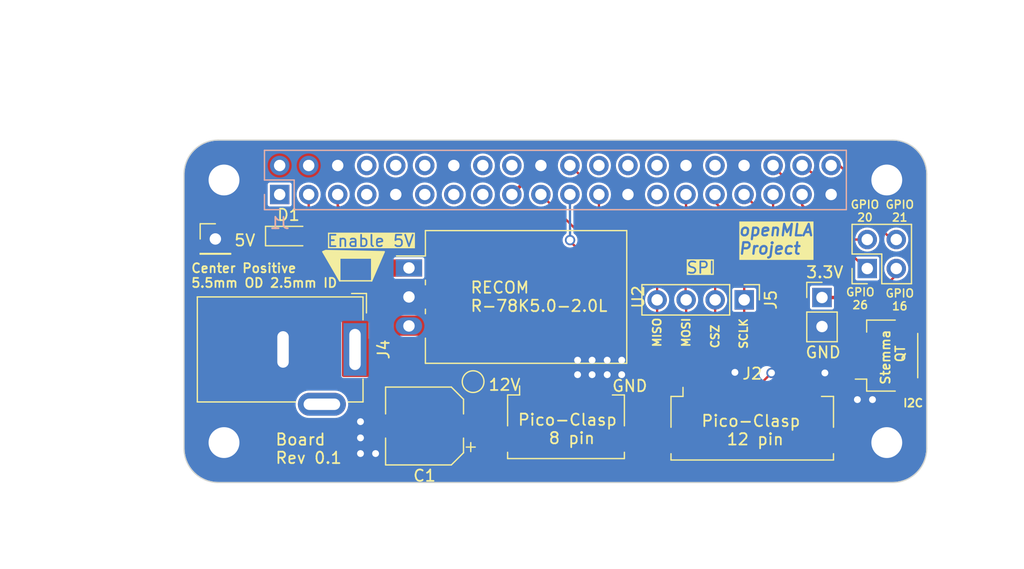
<source format=kicad_pcb>
(kicad_pcb (version 20221018) (generator pcbnew)
  (title_block (date "15 nov 2012"))
  (layers (0 "F.Cu" signal) (31 "B.Cu" signal) (34 "B.Paste" user) (35 "F.Paste" user) (36 "B.SilkS" user "B.Silkscreen") (37 "F.SilkS" user "F.Silkscreen") (38 "B.Mask" user) (39 "F.Mask" user) (44 "Edge.Cuts" user))
  (net 0 "")
  (net 1 "GND")
  (net 2 "SDA")
  (net 3 "SCL")
  (net 4 "/GPIO4{slash}GPCLK0")
  (net 5 "/GPIO14{slash}TXD0")
  (net 6 "/GPIO15{slash}RXD0")
  (net 7 "/GPIO17")
  (net 8 "/GPIO18{slash}PCM.CLK")
  (net 9 "/GPIO27")
  (net 10 "/GPIO22")
  (net 11 "/GPIO23")
  (net 12 "/GPIO26")
  (net 13 "/GPIO24")
  (net 14 "MOSI")
  (net 15 "MISO")
  (net 16 "CSZ")
  (net 17 "SCLK")
  (net 18 "/GPIO8{slash}SPI0.CE0")
  (net 19 "/GPIO7{slash}SPI0.CE1")
  (net 20 "/ID_SDA")
  (net 21 "/ID_SCL")
  (net 22 "/GPIO12{slash}PWM0")
  (net 23 "/GPIO16")
  (net 24 "/GPIO20{slash}PCM.DIN")
  (net 25 "/GPIO21{slash}PCM.DOUT")
  (net 26 "+5V")
  (net 27 "+3V3")
  (net 28 "HOST_IRQ")
  (net 29 "PRINT")
  (net 30 "SYS_RDY")
  (net 31 "PROJ_ON")
  (net 32 "SPI_RDY")
  (net 33 "/5V_raw")
  (net 34 "+12V")
  (net 35 "Net-(JP2-B)")
  (footprint "Connector_Molex:Molex_Pico-Clasp_202396-1207_1x12-1MP_P1.00mm_Horizontal" (layer "F.Cu") (at 149.726 94.442)
    (fp_text reference "J2" (at 0 -3.98) (layer "F.SilkS"))
    (fp_text value "Conn_01x12_Pin")
    (fp_line (start -7.11 -1.985) (end -6.06 -1.985) (stroke (width 0.12)) (layer "F.SilkS"))
    (fp_line (start -7.11 0.715) (end -7.11 -1.985) (stroke (width 0.12)) (layer "F.SilkS"))
    (fp_line (start -7.11 3.035) (end -7.11 3.585) (stroke (width 0.12)) (layer "F.SilkS"))
    (fp_line (start -7.11 3.585) (end 7.11 3.585) (stroke (width 0.12)) (layer "F.SilkS"))
    (fp_line (start -6.06 -1.985) (end -6.06 -2.775) (stroke (width 0.12)) (layer "F.SilkS"))
    (fp_line (start 7.11 -1.985) (end 6.06 -1.985) (stroke (width 0.12)) (layer "F.SilkS"))
    (fp_line (start 7.11 0.715) (end 7.11 -1.985) (stroke (width 0.12)) (layer "F.SilkS"))
    (fp_line (start 7.11 3.585) (end 7.11 3.035) (stroke (width 0.12)) (layer "F.SilkS"))
    (pad "1" smd roundrect (at -5.5 -2.025) (size 0.6 1.5) (layers "F.Cu" "F.Paste" "F.Mask") (net 15 "MISO"))
    (pad "2" smd roundrect (at -4.5 -2.025) (size 0.6 1.5) (layers "F.Cu" "F.Paste" "F.Mask") (net 14 "MOSI"))
    (pad "3" smd roundrect (at -3.5 -2.025) (size 0.6 1.5) (layers "F.Cu" "F.Paste" "F.Mask") (net 16 "CSZ"))
    (pad "4" smd roundrect (at -2.5 -2.025) (size 0.6 1.5) (layers "F.Cu" "F.Paste" "F.Mask") (net 17 "SCLK"))
    (pad "5" smd roundrect (at -1.5 -2.025) (size 0.6 1.5) (layers "F.Cu" "F.Paste" "F.Mask") (net 1 "GND"))
    (pad "6" smd roundrect (at -0.5 -2.025) (size 0.6 1.5) (layers "F.Cu" "F.Paste" "F.Mask") (net 32 "SPI_RDY"))
    (pad "7" smd roundrect (at 0.5 -2.025) (size 0.6 1.5) (layers "F.Cu" "F.Paste" "F.Mask") (net 3 "SCL"))
    (pad "8" smd roundrect (at 1.5 -2.025) (size 0.6 1.5) (layers "F.Cu" "F.Paste" "F.Mask") (net 2 "SDA"))
    (pad "9" smd roundrect (at 2.5 -2.025) (size 0.6 1.5) (layers "F.Cu" "F.Paste" "F.Mask") (net 31 "PROJ_ON"))
    (pad "10" smd roundrect (at 3.5 -2.025) (size 0.6 1.5) (layers "F.Cu" "F.Paste" "F.Mask") (net 30 "SYS_RDY"))
    (pad "11" smd roundrect (at 4.5 -2.025) (size 0.6 1.5) (layers "F.Cu" "F.Paste" "F.Mask") (net 29 "PRINT"))
    (pad "12" smd roundrect (at 5.5 -2.025) (size 0.6 1.5) (layers "F.Cu" "F.Paste" "F.Mask") (net 28 "HOST_IRQ"))
    (pad "MP" smd roundrect (at -6.8 1.875) (size 1.2 1.8) (layers "F.Cu" "F.Paste" "F.Mask") (roundrect_rratio 0.208333))
    (pad "MP" smd roundrect (at 6.8 1.875) (size 1.2 1.8) (layers "F.Cu" "F.Paste" "F.Mask") (roundrect_rratio 0.208333))
  )
  (footprint "TestPoint:TestPoint_Pad_D1.5mm" (layer "F.Cu") (at 125.2984 91.1608)
    (fp_text reference "TP1" hide)
    (fp_text value "TestPoint")
    (fp_circle (center 0 0) (end 0 0.95) (stroke (width 0.12)) (fill none) (layer "F.SilkS"))
    (pad "1" smd circle (at 0 0) (size 1.5 1.5) (layers "F.Cu" "F.Mask") (net 34 "+12V"))
  )
  (footprint "MountingHole:MountingHole_2.7mm_M2.5" (layer "F.Cu") (at 161.5 73.5)
    (fp_text reference "MH2" hide)
    (fp_text value "MountingHole_2.7mm_M2.5" hide)
    (pad "" np_thru_hole circle locked (at 0 0) (size 2.7 2.7) (drill 2.7) (layers "*.Cu" "*.Mask"))
  )
  (footprint "Connector_PinHeader_2.54mm:PinHeader_1x02_P2.54mm_Vertical" (layer "F.Cu") (at 155.8292 83.7948)
    (fp_text reference "J7" hide)
    (fp_text value "Conn_01x02_Pin")
    (fp_line (start -1.33 -1.33) (end 0 -1.33) (stroke (width 0.12)) (layer "F.SilkS"))
    (fp_line (start -1.33 0) (end -1.33 -1.33) (stroke (width 0.12)) (layer "F.SilkS"))
    (fp_line (start -1.33 1.27) (end -1.33 3.87) (stroke (width 0.12)) (layer "F.SilkS"))
    (fp_line (start -1.33 1.27) (end 1.33 1.27) (stroke (width 0.12)) (layer "F.SilkS"))
    (fp_line (start -1.33 3.87) (end 1.33 3.87) (stroke (width 0.12)) (layer "F.SilkS"))
    (fp_line (start 1.33 1.27) (end 1.33 3.87) (stroke (width 0.12)) (layer "F.SilkS"))
    (pad "1" thru_hole rect (at 0 0) (size 1.7 1.7) (drill 1) (layers "*.Cu" "*.Mask") (net 27 "+3V3"))
    (pad "2" thru_hole oval (at 0 2.54) (size 1.7 1.7) (drill 1) (layers "*.Cu" "*.Mask") (net 1 "GND"))
  )
  (footprint "Converter_DCDC:Converter_DCDC_RECOM_R-78HB-0.5L_THT" (layer "F.Cu") (at 119.685 81.204 -90)
    (fp_text reference "U2" (at 2.54 -20.06 90) (layer "F.SilkS"))
    (fp_text value "RECOM R-78K5.0-2.0L")
    (fp_line (start -3.27 -19.06) (end -3.27 -1.44) (stroke (width 0.12)) (layer "F.SilkS"))
    (fp_line (start -3.27 -19.06) (end 8.35 -19.06) (stroke (width 0.12)) (layer "F.SilkS"))
    (fp_line (start -3.27 -1.44) (end -1.07 -1.44) (stroke (width 0.12)) (layer "F.SilkS"))
    (fp_line (start -1.05 -1.44) (end -1.05 1.091) (stroke (width 0.12)) (layer "F.SilkS"))
    (fp_line (start 1.07 -1.44) (end 1.471 -1.44) (stroke (width 0.12)) (layer "F.SilkS"))
    (fp_line (start 3.61 -1.44) (end 4.01 -1.44) (stroke (width 0.12)) (layer "F.SilkS"))
    (fp_line (start 6.15 -1.44) (end 8.35 -1.44) (stroke (width 0.12)) (layer "F.SilkS"))
    (fp_line (start 8.35 -19.06) (end 8.35 -1.44) (stroke (width 0.12)) (layer "F.SilkS"))
    (pad "1" thru_hole rect (at 0 0 270) (size 1.5 2.3) (drill 1) (layers "*.Cu" "*.Mask") (net 35 "Net-(JP2-B)"))
    (pad "2" thru_hole oval (at 2.54 0 270) (size 1.5 2.3) (drill 1) (layers "*.Cu" "*.Mask") (net 1 "GND"))
    (pad "3" thru_hole oval (at 5.08 0 270) (size 1.5 2.3) (drill 1) (layers "*.Cu" "*.Mask") (net 33 "/5V_raw"))
  )
  (footprint "Connector_JST:JST_SH_SM04B-SRSS-TB_1x04-1MP_P1.00mm_Horizontal" (layer "F.Cu") (at 161.5234 88.8808 90)
    (fp_text reference "J8" hide)
    (fp_text value "Conn_01x04_Pin")
    (fp_line (start -3.11 -1.785) (end -2.06 -1.785) (stroke (width 0.12)) (layer "F.SilkS"))
    (fp_line (start -3.11 0.715) (end -3.11 -1.785) (stroke (width 0.12)) (layer "F.SilkS"))
    (fp_line (start -2.06 -1.785) (end -2.06 -2.775) (stroke (width 0.12)) (layer "F.SilkS"))
    (fp_line (start -1.94 2.685) (end 1.94 2.685) (stroke (width 0.12)) (layer "F.SilkS"))
    (fp_line (start 3.11 -1.785) (end 2.06 -1.785) (stroke (width 0.12)) (layer "F.SilkS"))
    (fp_line (start 3.11 0.715) (end 3.11 -1.785) (stroke (width 0.12)) (layer "F.SilkS"))
    (pad "1" smd roundrect (at -1.5 -2 90) (size 0.6 1.55) (layers "F.Cu" "F.Paste" "F.Mask") (net 1 "GND"))
    (pad "2" smd roundrect (at -0.5 -2 90) (size 0.6 1.55) (layers "F.Cu" "F.Paste" "F.Mask") (net 27 "+3V3"))
    (pad "3" smd roundrect (at 0.5 -2 90) (size 0.6 1.55) (layers "F.Cu" "F.Paste" "F.Mask") (net 2 "SDA"))
    (pad "4" smd roundrect (at 1.5 -2 90) (size 0.6 1.55) (layers "F.Cu" "F.Paste" "F.Mask") (net 3 "SCL"))
    (pad "MP" smd roundrect (at -2.8 1.875 90) (size 1.2 1.8) (layers "F.Cu" "F.Paste" "F.Mask") (roundrect_rratio 0.208333))
    (pad "MP" smd roundrect (at 2.8 1.875 90) (size 1.2 1.8) (layers "F.Cu" "F.Paste" "F.Mask") (roundrect_rratio 0.208333))
  )
  (footprint "Connector_PinHeader_2.54mm:PinHeader_1x01_P2.54mm_Vertical" (layer "F.Cu") (at 102.7432 78.664)
    (fp_text reference "J9" hide)
    (fp_text value "Conn_01x01_Pin")
    (fp_line (start -1.33 -1.33) (end 0 -1.33) (stroke (width 0.12)) (layer "F.SilkS"))
    (fp_line (start -1.33 0) (end -1.33 -1.33) (stroke (width 0.12)) (layer "F.SilkS"))
    (fp_line (start -1.33 1.27) (end -1.33 1.33) (stroke (width 0.12)) (layer "F.SilkS"))
    (fp_line (start -1.33 1.27) (end 1.33 1.27) (stroke (width 0.12)) (layer "F.SilkS"))
    (fp_line (start -1.33 1.33) (end 1.33 1.33) (stroke (width 0.12)) (layer "F.SilkS"))
    (fp_line (start 1.33 1.27) (end 1.33 1.33) (stroke (width 0.12)) (layer "F.SilkS"))
    (pad "1" thru_hole rect (at 0 0) (size 1.7 1.7) (drill 1) (layers "*.Cu" "*.Mask") (net 26 "+5V"))
  )
  (footprint "MountingHole:MountingHole_2.7mm_M2.5" (layer "F.Cu") (at 103.5 96.5)
    (fp_text reference "MH3" hide)
    (fp_text value "MountingHole_2.7mm_M2.5" hide)
    (pad "" np_thru_hole circle locked (at 0 0) (size 2.7 2.7) (drill 2.7) (layers "*.Cu" "*.Mask"))
  )
  (footprint "MountingHole:MountingHole_2.7mm_M2.5" (layer "F.Cu") (at 103.5 73.5)
    (fp_text reference "MH1" hide)
    (fp_text value "MountingHole_2.7mm_M2.5" hide)
    (pad "" np_thru_hole circle locked (at 0 0) (size 2.7 2.7) (drill 2.7) (layers "*.Cu" "*.Mask"))
  )
  (footprint "Diode_SMD:D_SOD-323_HandSoldering" (layer "F.Cu") (at 109.144 78.41)
    (fp_text reference "D1" (at 0 -1.85) (layer "F.SilkS"))
    (fp_text value "D_Schottky")
    (fp_line (start -2.01 -0.85) (end -2.01 0.85) (stroke (width 0.12)) (layer "F.SilkS"))
    (fp_line (start -2.01 -0.85) (end 1.25 -0.85) (stroke (width 0.12)) (layer "F.SilkS"))
    (fp_line (start -2.01 0.85) (end 1.25 0.85) (stroke (width 0.12)) (layer "F.SilkS"))
    (pad "1" smd roundrect (at -1.25 0) (size 1 1) (layers "F.Cu" "F.Paste" "F.Mask") (net 26 "+5V"))
    (pad "2" smd roundrect (at 1.25 0) (size 1 1) (layers "F.Cu" "F.Paste" "F.Mask") (net 33 "/5V_raw"))
  )
  (footprint "Connector_BarrelJack:BarrelJack_GCT_DCJ200-10-A_Horizontal" (layer "F.Cu") (at 114.965 88.342 -90)
    (fp_text reference "J4" (at 0 -2.5 90) (layer "F.SilkS"))
    (fp_text value "Barrel_Jack")
    (fp_line (start -4.9 -1) (end -4.9 0.3) (stroke (width 0.12)) (layer "F.SilkS"))
    (fp_line (start -4.6 -0.7) (end -2.6 -0.7) (stroke (width 0.12)) (layer "F.SilkS"))
    (fp_line (start -4.6 13.8) (end -4.6 -0.7) (stroke (width 0.12)) (layer "F.SilkS"))
    (fp_line (start -3.2 -1) (end -4.9 -1) (stroke (width 0.12)) (layer "F.SilkS"))
    (fp_line (start 2.6 -0.7) (end 4.6 -0.7) (stroke (width 0.12)) (layer "F.SilkS"))
    (fp_line (start 4.6 -0.7) (end 4.6 0.6) (stroke (width 0.12)) (layer "F.SilkS"))
    (fp_line (start 4.6 5.2) (end 4.6 13.8) (stroke (width 0.12)) (layer "F.SilkS"))
    (fp_line (start 4.6 13.8) (end -4.6 13.8) (stroke (width 0.12)) (layer "F.SilkS"))
    (pad "1" thru_hole rect (at 0 0 270) (size 4.6 2) (drill oval 3.6 1) (layers "*.Cu" "*.Mask") (net 34 "+12V"))
    (pad "2" thru_hole oval (at 0 6.3 270) (size 4.2 2) (drill oval 3.2 1) (layers "*.Cu" "*.Mask") (net 1 "GND"))
    (pad "3" thru_hole oval (at 4.8 2.9 270) (size 2 4.2) (drill oval 1 3.2) (layers "*.Cu" "*.Mask"))
  )
  (footprint "Jumper:SolderJumper-2_P1.3mm_Open_TrianglePad1.0x1.5mm" (layer "F.Cu") (at 115.023 81.331)
    (fp_text reference "JP2" hide)
    (fp_text value "SolderJumper_2_Bridged")
    (fp_line (start -1.4 -1) (end 1.4 -1) (stroke (width 0.12)) (layer "F.SilkS"))
    (fp_line (start -1.4 1) (end -1.4 -1) (stroke (width 0.12)) (layer "F.SilkS"))
    (fp_line (start 1.4 -1) (end 1.4 1) (stroke (width 0.12)) (layer "F.SilkS"))
    (fp_line (start 1.4 1) (end -1.4 1) (stroke (width 0.12)) (layer "F.SilkS"))
    (pad "1" smd custom (at -0.725 0) (size 0.3 0.3) (layers "F.Cu" "F.Mask") (net 34 "+12V") (options (clearance outline) (anchor rect)) (primitives (gr_poly (pts (xy 1 0) (xy 0.5 0.75) (xy -0.5 0.75) (xy -0.5 -0.75) (xy 0.5 -0.75)) (width 0) (fill yes))))
    (pad "2" smd custom (at 0.725 0) (size 0.3 0.3) (layers "F.Cu" "F.Mask") (net 35 "Net-(JP2-B)") (options (clearance outline) (anchor rect)) (primitives (gr_poly (pts (xy 0.5 0.75) (xy -0.65 0.75) (xy -0.15 0) (xy -0.65 -0.75) (xy 0.5 -0.75)) (width 0) (fill yes))))
  )
  (footprint "MountingHole:MountingHole_2.7mm_M2.5" (layer "F.Cu") (at 161.5 96.5)
    (fp_text reference "MH4" hide)
    (fp_text value "MountingHole_2.7mm_M2.5" hide)
    (pad "" np_thru_hole circle locked (at 0 0) (size 2.7 2.7) (drill 2.7) (layers "*.Cu" "*.Mask"))
  )
  (footprint "Connector_PinHeader_2.54mm:PinHeader_1x04_P2.54mm_Vertical" (layer "F.Cu") (at 149.022 83.998 -90)
    (fp_text reference "J5" (at 0 -2.33 90) (layer "F.SilkS"))
    (fp_text value "Conn_01x04_Pin")
    (fp_line (start -1.33 -1.33) (end 0 -1.33) (stroke (width 0.12)) (layer "F.SilkS"))
    (fp_line (start -1.33 0) (end -1.33 -1.33) (stroke (width 0.12)) (layer "F.SilkS"))
    (fp_line (start -1.33 1.27) (end -1.33 8.95) (stroke (width 0.12)) (layer "F.SilkS"))
    (fp_line (start -1.33 1.27) (end 1.33 1.27) (stroke (width 0.12)) (layer "F.SilkS"))
    (fp_line (start -1.33 8.95) (end 1.33 8.95) (stroke (width 0.12)) (layer "F.SilkS"))
    (fp_line (start 1.33 1.27) (end 1.33 8.95) (stroke (width 0.12)) (layer "F.SilkS"))
    (pad "1" thru_hole rect (at 0 0 270) (size 1.7 1.7) (drill 1) (layers "*.Cu" "*.Mask") (net 17 "SCLK"))
    (pad "2" thru_hole oval (at 0 2.54 270) (size 1.7 1.7) (drill 1) (layers "*.Cu" "*.Mask") (net 16 "CSZ"))
    (pad "3" thru_hole oval (at 0 5.08 270) (size 1.7 1.7) (drill 1) (layers "*.Cu" "*.Mask") (net 14 "MOSI"))
    (pad "4" thru_hole oval (at 0 7.62 270) (size 1.7 1.7) (drill 1) (layers "*.Cu" "*.Mask") (net 15 "MISO"))
  )
  (footprint "Connector_Molex:Molex_Pico-Clasp_202396-0807_1x08-1MP_P1.00mm_Horizontal" (layer "F.Cu") (at 133.427 94.315)
    (fp_text reference "J3" hide)
    (fp_text value "Conn_01x08_Pin")
    (fp_line (start -5.11 -1.985) (end -4.06 -1.985) (stroke (width 0.12)) (layer "F.SilkS"))
    (fp_line (start -5.11 0.715) (end -5.11 -1.985) (stroke (width 0.12)) (layer "F.SilkS"))
    (fp_line (start -5.11 3.035) (end -5.11 3.585) (stroke (width 0.12)) (layer "F.SilkS"))
    (fp_line (start -5.11 3.585) (end 5.11 3.585) (stroke (width 0.12)) (layer "F.SilkS"))
    (fp_line (start -4.06 -1.985) (end -4.06 -2.775) (stroke (width 0.12)) (layer "F.SilkS"))
    (fp_line (start 5.11 -1.985) (end 4.06 -1.985) (stroke (width 0.12)) (layer "F.SilkS"))
    (fp_line (start 5.11 0.715) (end 5.11 -1.985) (stroke (width 0.12)) (layer "F.SilkS"))
    (fp_line (start 5.11 3.585) (end 5.11 3.035) (stroke (width 0.12)) (layer "F.SilkS"))
    (pad "1" smd roundrect (at -3.5 -2.025) (size 0.6 1.5) (layers "F.Cu" "F.Paste" "F.Mask") (net 34 "+12V"))
    (pad "2" smd roundrect (at -2.5 -2.025) (size 0.6 1.5) (layers "F.Cu" "F.Paste" "F.Mask") (net 34 "+12V"))
    (pad "3" smd roundrect (at -1.5 -2.025) (size 0.6 1.5) (layers "F.Cu" "F.Paste" "F.Mask") (net 34 "+12V"))
    (pad "4" smd roundrect (at -0.5 -2.025) (size 0.6 1.5) (layers "F.Cu" "F.Paste" "F.Mask") (net 34 "+12V"))
    (pad "5" smd roundrect (at 0.5 -2.025) (size 0.6 1.5) (layers "F.Cu" "F.Paste" "F.Mask") (net 1 "GND"))
    (pad "6" smd roundrect (at 1.5 -2.025) (size 0.6 1.5) (layers "F.Cu" "F.Paste" "F.Mask") (net 1 "GND"))
    (pad "7" smd roundrect (at 2.5 -2.025) (size 0.6 1.5) (layers "F.Cu" "F.Paste" "F.Mask") (net 1 "GND"))
    (pad "8" smd roundrect (at 3.5 -2.025) (size 0.6 1.5) (layers "F.Cu" "F.Paste" "F.Mask") (net 1 "GND"))
    (pad "MP" smd roundrect (at -4.8 1.875) (size 1.2 1.8) (layers "F.Cu" "F.Paste" "F.Mask") (roundrect_rratio 0.208333))
    (pad "MP" smd roundrect (at 4.8 1.875) (size 1.2 1.8) (layers "F.Cu" "F.Paste" "F.Mask") (roundrect_rratio 0.208333))
  )
  (footprint "Capacitor_SMD:CP_Elec_6.3x7.7" (layer "F.Cu") (at 121.049 95.047 180)
    (fp_text reference "C1" (at 0 -4.35) (layer "F.SilkS"))
    (fp_text value "100uF")
    (fp_line (start -4.4375 -1.8475) (end -3.65 -1.8475) (stroke (width 0.12)) (layer "F.SilkS"))
    (fp_line (start -4.04375 -2.24125) (end -4.04375 -1.45375) (stroke (width 0.12)) (layer "F.SilkS"))
    (fp_line (start -3.41 -2.345563) (end -3.41 -1.06) (stroke (width 0.12)) (layer "F.SilkS"))
    (fp_line (start -3.41 -2.345563) (end -2.345563 -3.41) (stroke (width 0.12)) (layer "F.SilkS"))
    (fp_line (start -3.41 2.345563) (end -3.41 1.06) (stroke (width 0.12)) (layer "F.SilkS"))
    (fp_line (start -3.41 2.345563) (end -2.345563 3.41) (stroke (width 0.12)) (layer "F.SilkS"))
    (fp_line (start -2.345563 -3.41) (end 3.41 -3.41) (stroke (width 0.12)) (layer "F.SilkS"))
    (fp_line (start -2.345563 3.41) (end 3.41 3.41) (stroke (width 0.12)) (layer "F.SilkS"))
    (fp_line (start 3.41 -3.41) (end 3.41 -1.06) (stroke (width 0.12)) (layer "F.SilkS"))
    (fp_line (start 3.41 3.41) (end 3.41 1.06) (stroke (width 0.12)) (layer "F.SilkS"))
    (pad "1" smd roundrect (at -2.7 0 180) (size 3.5 1.6) (layers "F.Cu" "F.Paste" "F.Mask") (roundrect_rratio 0.15625) (net 34 "+12V"))
    (pad "2" smd roundrect (at 2.7 0 180) (size 3.5 1.6) (layers "F.Cu" "F.Paste" "F.Mask") (roundrect_rratio 0.15625) (net 1 "GND"))
  )
  (footprint "Connector_PinHeader_2.54mm:PinHeader_2x02_P2.54mm_Vertical" (layer "F.Cu") (at 159.7916 81.2548 90)
    (fp_text reference "J6" hide)
    (fp_text value "Conn_01x04_Pin")
    (fp_line (start -1.33 -1.33) (end 0 -1.33) (stroke (width 0.12)) (layer "F.SilkS"))
    (fp_line (start -1.33 0) (end -1.33 -1.33) (stroke (width 0.12)) (layer "F.SilkS"))
    (fp_line (start -1.33 1.27) (end -1.33 3.87) (stroke (width 0.12)) (layer "F.SilkS"))
    (fp_line (start -1.33 1.27) (end 1.27 1.27) (stroke (width 0.12)) (layer "F.SilkS"))
    (fp_line (start -1.33 3.87) (end 3.87 3.87) (stroke (width 0.12)) (layer "F.SilkS"))
    (fp_line (start 1.27 -1.33) (end 3.87 -1.33) (stroke (width 0.12)) (layer "F.SilkS"))
    (fp_line (start 1.27 1.27) (end 1.27 -1.33) (stroke (width 0.12)) (layer "F.SilkS"))
    (fp_line (start 3.87 -1.33) (end 3.87 3.87) (stroke (width 0.12)) (layer "F.SilkS"))
    (pad "1" thru_hole rect (at 0 0 90) (size 1.7 1.7) (drill 1) (layers "*.Cu" "*.Mask") (net 12 "/GPIO26"))
    (pad "2" thru_hole oval (at 2.54 0 90) (size 1.7 1.7) (drill 1) (layers "*.Cu" "*.Mask") (net 24 "/GPIO20{slash}PCM.DIN"))
    (pad "3" thru_hole oval (at 0 2.54 90) (size 1.7 1.7) (drill 1) (layers "*.Cu" "*.Mask") (net 23 "/GPIO16"))
    (pad "4" thru_hole oval (at 2.54 2.54 90) (size 1.7 1.7) (drill 1) (layers "*.Cu" "*.Mask") (net 25 "/GPIO21{slash}PCM.DOUT"))
  )
  (footprint "Connector_PinSocket_2.54mm:PinSocket_2x20_P2.54mm_Vertical" (layer "B.Cu") (at 108.37 74.77 -90)
    (fp_text reference "J1" (at 2.5 0) (layer "B.SilkS") (effects (justify mirror)))
    (fp_text value "GPIO")
    (fp_line (start -3.87 -49.59) (end 1.33 -49.59) (stroke (width 0.12)) (layer "B.SilkS"))
    (fp_line (start -3.87 1.33) (end -3.87 -49.59) (stroke (width 0.12)) (layer "B.SilkS"))
    (fp_line (start -3.87 1.33) (end -1.27 1.33) (stroke (width 0.12)) (layer "B.SilkS"))
    (fp_line (start -1.27 -1.27) (end 1.33 -1.27) (stroke (width 0.12)) (layer "B.SilkS"))
    (fp_line (start -1.27 1.33) (end -1.27 -1.27) (stroke (width 0.12)) (layer "B.SilkS"))
    (fp_line (start 0 1.33) (end 1.33 1.33) (stroke (width 0.12)) (layer "B.SilkS"))
    (fp_line (start 1.33 -1.27) (end 1.33 -49.59) (stroke (width 0.12)) (layer "B.SilkS"))
    (fp_line (start 1.33 1.33) (end 1.33 0) (stroke (width 0.12)) (layer "B.SilkS"))
    (pad "1" thru_hole rect (at 0 0 270) (size 1.7 1.7) (drill 1) (layers "*.Cu" "*.Mask") (net 27 "+3V3"))
    (pad "2" thru_hole oval (at -2.54 0 270) (size 1.7 1.7) (drill 1) (layers "*.Cu" "*.Mask") (net 26 "+5V"))
    (pad "3" thru_hole oval (at 0 -2.54 270) (size 1.7 1.7) (drill 1) (layers "*.Cu" "*.Mask") (net 2 "SDA"))
    (pad "4" thru_hole oval (at -2.54 -2.54 270) (size 1.7 1.7) (drill 1) (layers "*.Cu" "*.Mask") (net 26 "+5V"))
    (pad "5" thru_hole oval (at 0 -5.08 270) (size 1.7 1.7) (drill 1) (layers "*.Cu" "*.Mask") (net 3 "SCL"))
    (pad "6" thru_hole oval (at -2.54 -5.08 270) (size 1.7 1.7) (drill 1) (layers "*.Cu" "*.Mask") (net 1 "GND"))
    (pad "7" thru_hole oval (at 0 -7.62 270) (size 1.7 1.7) (drill 1) (layers "*.Cu" "*.Mask") (net 4 "/GPIO4{slash}GPCLK0"))
    (pad "8" thru_hole oval (at -2.54 -7.62 270) (size 1.7 1.7) (drill 1) (layers "*.Cu" "*.Mask") (net 5 "/GPIO14{slash}TXD0"))
    (pad "9" thru_hole oval (at 0 -10.16 270) (size 1.7 1.7) (drill 1) (layers "*.Cu" "*.Mask") (net 1 "GND"))
    (pad "10" thru_hole oval (at -2.54 -10.16 270) (size 1.7 1.7) (drill 1) (layers "*.Cu" "*.Mask") (net 6 "/GPIO15{slash}RXD0"))
    (pad "11" thru_hole oval (at 0 -12.7 270) (size 1.7 1.7) (drill 1) (layers "*.Cu" "*.Mask") (net 7 "/GPIO17"))
    (pad "12" thru_hole oval (at -2.54 -12.7 270) (size 1.7 1.7) (drill 1) (layers "*.Cu" "*.Mask") (net 8 "/GPIO18{slash}PCM.CLK"))
    (pad "13" thru_hole oval (at 0 -15.24 270) (size 1.7 1.7) (drill 1) (layers "*.Cu" "*.Mask") (net 9 "/GPIO27"))
    (pad "14" thru_hole oval (at -2.54 -15.24 270) (size 1.7 1.7) (drill 1) (layers "*.Cu" "*.Mask") (net 1 "GND"))
    (pad "15" thru_hole oval (at 0 -17.78 270) (size 1.7 1.7) (drill 1) (layers "*.Cu" "*.Mask") (net 10 "/GPIO22"))
    (pad "16" thru_hole oval (at -2.54 -17.78 270) (size 1.7 1.7) (drill 1) (layers "*.Cu" "*.Mask") (net 11 "/GPIO23"))
    (pad "17" thru_hole oval (at 0 -20.32 270) (size 1.7 1.7) (drill 1) (layers "*.Cu" "*.Mask") (net 27 "+3V3"))
    (pad "18" thru_hole oval (at -2.54 -20.32 270) (size 1.7 1.7) (drill 1) (layers "*.Cu" "*.Mask") (net 13 "/GPIO24"))
    (pad "19" thru_hole oval (at 0 -22.86 270) (size 1.7 1.7) (drill 1) (layers "*.Cu" "*.Mask") (net 14 "MOSI"))
    (pad "20" thru_hole oval (at -2.54 -22.86 270) (size 1.7 1.7) (drill 1) (layers "*.Cu" "*.Mask") (net 1 "GND"))
    (pad "21" thru_hole oval (at 0 -25.4 270) (size 1.7 1.7) (drill 1) (layers "*.Cu" "*.Mask") (net 15 "MISO"))
    (pad "22" thru_hole oval (at -2.54 -25.4 270) (size 1.7 1.7) (drill 1) (layers "*.Cu" "*.Mask") (net 16 "CSZ"))
    (pad "23" thru_hole oval (at 0 -27.94 270) (size 1.7 1.7) (drill 1) (layers "*.Cu" "*.Mask") (net 17 "SCLK"))
    (pad "24" thru_hole oval (at -2.54 -27.94 270) (size 1.7 1.7) (drill 1) (layers "*.Cu" "*.Mask") (net 18 "/GPIO8{slash}SPI0.CE0"))
    (pad "25" thru_hole oval (at 0 -30.48 270) (size 1.7 1.7) (drill 1) (layers "*.Cu" "*.Mask") (net 1 "GND"))
    (pad "26" thru_hole oval (at -2.54 -30.48 270) (size 1.7 1.7) (drill 1) (layers "*.Cu" "*.Mask") (net 19 "/GPIO7{slash}SPI0.CE1"))
    (pad "27" thru_hole oval (at 0 -33.02 270) (size 1.7 1.7) (drill 1) (layers "*.Cu" "*.Mask") (net 20 "/ID_SDA"))
    (pad "28" thru_hole oval (at -2.54 -33.02 270) (size 1.7 1.7) (drill 1) (layers "*.Cu" "*.Mask") (net 21 "/ID_SCL"))
    (pad "29" thru_hole oval (at 0 -35.56 270) (size 1.7 1.7) (drill 1) (layers "*.Cu" "*.Mask") (net 31 "PROJ_ON"))
    (pad "30" thru_hole oval (at -2.54 -35.56 270) (size 1.7 1.7) (drill 1) (layers "*.Cu" "*.Mask") (net 1 "GND"))
    (pad "31" thru_hole oval (at 0 -38.1 270) (size 1.7 1.7) (drill 1) (layers "*.Cu" "*.Mask") (net 30 "SYS_RDY"))
    (pad "32" thru_hole oval (at -2.54 -38.1 270) (size 1.7 1.7) (drill 1) (layers "*.Cu" "*.Mask") (net 22 "/GPIO12{slash}PWM0"))
    (pad "33" thru_hole oval (at 0 -40.64 270) (size 1.7 1.7) (drill 1) (layers "*.Cu" "*.Mask") (net 29 "PRINT"))
    (pad "34" thru_hole oval (at -2.54 -40.64 270) (size 1.7 1.7) (drill 1) (layers "*.Cu" "*.Mask") (net 1 "GND"))
    (pad "35" thru_hole oval (at 0 -43.18 270) (size 1.7 1.7) (drill 1) (layers "*.Cu" "*.Mask") (net 28 "HOST_IRQ"))
    (pad "36" thru_hole oval (at -2.54 -43.18 270) (size 1.7 1.7) (drill 1) (layers "*.Cu" "*.Mask") (net 23 "/GPIO16"))
    (pad "37" thru_hole oval (at 0 -45.72 270) (size 1.7 1.7) (drill 1) (layers "*.Cu" "*.Mask") (net 12 "/GPIO26"))
    (pad "38" thru_hole oval (at -2.54 -45.72 270) (size 1.7 1.7) (drill 1) (layers "*.Cu" "*.Mask") (net 24 "/GPIO20{slash}PCM.DIN"))
    (pad "39" thru_hole oval (at 0 -48.26 270) (size 1.7 1.7) (drill 1) (layers "*.Cu" "*.Mask") (net 1 "GND"))
    (pad "40" thru_hole oval (at -2.54 -48.26 270) (size 1.7 1.7) (drill 1) (layers "*.Cu" "*.Mask") (net 25 "/GPIO21{slash}PCM.DOUT"))
  )
  (gr_poly (pts (xy 112.1412 79.7816) (xy 113.623 82.331) (xy 113.623 80.331) (xy 116.423 80.331) (xy 116.423 82.331) (xy 117.526 79.7816) (xy 112.3952 79.68)) (stroke (width 0.12)) (fill solid) (layer "F.SilkS"))
  (gr_arc (start 162 70) (mid 164.12132 70.87868) (end 165 73) (stroke (width 0.1)) (layer "Edge.Cuts"))
  (gr_line (start 165 97) (end 165 73) (stroke (width 0.1)) (layer "Edge.Cuts"))
  (gr_line (start 100 73) (end 100 97) (stroke (width 0.1)) (layer "Edge.Cuts"))
  (gr_arc (start 103 100) (mid 100.87868 99.12132) (end 100 97) (stroke (width 0.1)) (layer "Edge.Cuts"))
  (gr_line (start 103 100) (end 162 100) (stroke (width 0.1)) (layer "Edge.Cuts"))
  (gr_arc (start 165 97) (mid 164.12132 99.12132) (end 162 100) (stroke (width 0.1)) (layer "Edge.Cuts"))
  (gr_arc (start 100 73) (mid 100.87868 70.87868) (end 103 70) (stroke (width 0.1)) (layer "Edge.Cuts"))
  (gr_line (start 162 70) (end 103 70) (stroke (width 0.1)) (layer "Edge.Cuts"))
  (gr_text "5V" (at 104.318 79.3752) (layer "F.SilkS") (effects (font (size 1 1)) (justify left bottom)))
  (gr_text "SPI" (at 143.8912 81.7628) (layer "F.SilkS" knockout) (effects (font (size 1 1)) (justify left bottom)))
  (gr_text "Enable 5V" (at 112.446 79.426) (layer "F.SilkS" knockout) (effects (font (size 1 1)) (justify left bottom)))
  (gr_text "Stemma \nQT" (at 163.1444 88.7224 90) (layer "F.SilkS") (effects (font (size 0.8 0.8)) (justify bottom)))
  (gr_text "openMLA\nProject" (at 148.4632 80.0864) (layer "F.SilkS" knockout) (effects (font (size 1 1) (thickness 0.2) bold italic) (justify left bottom)))
  (gr_text "3.3V" (at 154.356 82.1692) (layer "F.SilkS") (effects (font (size 1 1)) (justify left bottom)))
  (gr_text "Pico-Clasp \n12 pin" (at 149.9872 96.7996) (layer "F.SilkS") (effects (font (size 1 1)) (justify bottom)))
  (gr_text "Pico-Clasp \n8 pin" (at 133.9344 96.698) (layer "F.SilkS") (effects (font (size 1 1)) (justify bottom)))
  (gr_text "I2C" (at 163.8048 93.4468) (layer "F.SilkS") (effects (font (size 0.7 0.7)) (justify bottom)))
  (gr_text "GPIO\n20\n" (at 159.5884 77.1908) (layer "F.SilkS") (effects (font (size 0.7 0.7) (thickness 0.13) bold) (justify bottom)))
  (gr_text "SCLK" (at 149.3776 88.3668 90) (layer "F.SilkS") (effects (font (size 0.7 0.7)) (justify left bottom)))
  (gr_text "GPIO\n21" (at 162.6364 77.1908) (layer "F.SilkS") (effects (font (size 0.7 0.7) (thickness 0.13) bold) (justify bottom)))
  (gr_text "GPIO\n26\n" (at 159.182 84.8616) (layer "F.SilkS") (effects (font (size 0.7 0.7) (thickness 0.13) bold) (justify bottom)))
  (gr_text "Center Positive\n5.5mm OD 2.5mm ID" (at 100.5588 82.982) (layer "F.SilkS") (effects (font (size 0.8 0.8)) (justify left bottom)))
  (gr_text "Board\nRev 0.1" (at 107.9248 98.4252) (layer "F.SilkS") (effects (font (size 1 1)) (justify left bottom)))
  (gr_text "GND\n" (at 137.3888 92.126) (layer "F.SilkS") (effects (font (size 1 1)) (justify left bottom)))
  (gr_text "CSZ" (at 146.8884 88.316 90) (layer "F.SilkS") (effects (font (size 0.7 0.7)) (justify left bottom)))
  (gr_text "12V" (at 126.5684 92.0244) (layer "F.SilkS") (effects (font (size 1 1)) (justify left bottom)))
  (gr_text "GPIO\n16" (at 162.6364 84.9632) (layer "F.SilkS") (effects (font (size 0.7 0.7) (thickness 0.13) bold) (justify bottom)))
  (gr_text "RECOM\nR-78K5.0-2.0L" (at 124.9936 85.1156) (layer "F.SilkS") (effects (font (size 1 1)) (justify left bottom)))
  (gr_text "MOSI\n" (at 144.3484 88.2144 90) (layer "F.SilkS") (effects (font (size 0.7 0.7)) (justify left bottom)))
  (gr_text "GND\n" (at 154.3052 89.1796) (layer "F.SilkS") (effects (font (size 1 1)) (justify left bottom)))
  (gr_text "MISO" (at 141.8084 88.2144 90) (layer "F.SilkS") (effects (font (size 0.7 0.7)) (justify left bottom)))
  (segment (start 158.928 91.2116) (end 158.928 92.7356) (width 0.3) (layer "F.Cu") (net 1))
  (segment (start 148.2092 90.348) (end 148.226 92.417) (width 0.3) (layer "F.Cu") (net 1))
  (segment (start 160.2488 91.1062) (end 160.2488 92.7356) (width 0.3) (layer "F.Cu") (net 1))
  (segment (start 159.5234 90.3808) (end 158.928 91.2116) (width 0.3) (layer "F.Cu") (net 1))
  (segment (start 159.5234 90.3808) (end 160.2488 91.1062) (width 0.3) (layer "F.Cu") (net 1))
  (via (at 115.4432 94.666) (size 0.9) (drill 0.6) (layers "F.Cu" "B.Cu") (net 1))
  (via (at 148.2092 90.348) (size 0.9) (drill 0.6) (layers "F.Cu" "B.Cu") (net 1))
  (via (at 138.3032 89.2812) (size 0.9) (drill 0.6) (layers "F.Cu" "B.Cu") (net 1))
  (via (at 115.4432 96.0884) (size 0.9) (drill 0.6) (layers "F.Cu" "B.Cu") (net 1))
  (via (at 116.764 97.46) (size 0.9) (drill 0.6) (layers "F.Cu" "B.Cu") (net 1))
  (via (at 137.0332 90.5512) (size 0.9) (drill 0.6) (layers "F.Cu" "B.Cu") (net 1))
  (via (at 135.7124 89.2812) (size 0.9) (drill 0.6) (layers "F.Cu" "B.Cu") (net 1))
  (via (at 115.4432 97.46) (size 0.9) (drill 0.6) (layers "F.Cu" "B.Cu") (net 1))
  (via (at 158.928 92.7356) (size 0.9) (drill 0.6) (layers "F.Cu" "B.Cu") (net 1))
  (via (at 160.2488 92.7356) (size 0.9) (drill 0.6) (layers "F.Cu" "B.Cu") (net 1))
  (via (at 135.7124 90.5512) (size 0.9) (drill 0.6) (layers "F.Cu" "B.Cu") (net 1))
  (via (at 138.3032 90.5512) (size 0.9) (drill 0.6) (layers "F.Cu" "B.Cu") (net 1))
  (via (at 134.4424 90.5512) (size 0.9) (drill 0.6) (layers "F.Cu" "B.Cu") (net 1))
  (via (at 137.0332 89.2812) (size 0.9) (drill 0.6) (layers "F.Cu" "B.Cu") (net 1))
  (via (at 134.4424 89.2812) (size 0.9) (drill 0.6) (layers "F.Cu" "B.Cu") (net 1))
  (segment (start 143.6372 94.7168) (end 140.0812 91.3132) (width 0.2) (layer "F.Cu") (net 2))
  (segment (start 111.5824 77.0384) (end 110.91 76.366) (width 0.2) (layer "F.Cu") (net 2))
  (segment (start 140.0812 87.7572) (end 129.3624 77.0384) (width 0.2) (layer "F.Cu") (net 2))
  (segment (start 159.5234 88.3808) (end 158.6232 88.3668) (width 0.2) (layer "F.Cu") (net 2))
  (segment (start 157.7088 89.2812) (end 157.7088 92.9896) (width 0.2) (layer "F.Cu") (net 2))
  (segment (start 151.226 93.6304) (end 150.1396 94.7168) (width 0.2) (layer "F.Cu") (net 2))
  (segment (start 158.6232 88.3668) (end 157.7088 89.2812) (width 0.2) (layer "F.Cu") (net 2))
  (segment (start 129.3624 77.0384) (end 111.5824 77.0384) (width 0.2) (layer "F.Cu") (net 2))
  (segment (start 151.2572 92.3858) (end 151.226 92.417) (width 0.2) (layer "F.Cu") (net 2))
  (segment (start 152.2224 94.7168) (end 151.226 93.6304) (width 0.2) (layer "F.Cu") (net 2))
  (segment (start 155.9816 94.7168) (end 152.2224 94.7168) (width 0.2) (layer "F.Cu") (net 2))
  (segment (start 110.91 76.366) (end 110.91 74.77) (width 0.2) (layer "F.Cu") (net 2))
  (segment (start 157.7088 92.9896) (end 155.9816 94.7168) (width 0.2) (layer "F.Cu") (net 2))
  (segment (start 151.226 92.417) (end 151.226 93.6304) (width 0.2) (layer "F.Cu") (net 2))
  (segment (start 140.0812 91.3132) (end 140.0812 87.7572) (width 0.2) (layer "F.Cu") (net 2))
  (segment (start 150.1396 94.7168) (end 143.6372 94.7168) (width 0.2) (layer "F.Cu") (net 2))
  (segment (start 113.45 75.7564) (end 114.0716 76.378) (width 0.2) (layer "F.Cu") (net 3))
  (segment (start 150.226 91.5824) (end 150.226 92.417) (width 0.2) (layer "F.Cu") (net 3))
  (segment (start 113.45 74.77) (end 113.45 75.7564) (width 0.2) (layer "F.Cu") (net 3))
  (segment (start 156.0832 90.3988) (end 156.0832 89.5352) (width 0.2) (layer "F.Cu") (net 3))
  (segment (start 151.4096 90.3988) (end 150.226 91.5824) (width 0.2) (layer "F.Cu") (net 3))
  (segment (start 130.1752 76.378) (end 135.814 82.4232) (width 0.2) (layer "F.Cu") (net 3))
  (segment (start 114.0716 76.378) (end 130.1752 76.378) (width 0.2) (layer "F.Cu") (net 3))
  (segment (start 143.8912 94.0564) (end 149.6824 94.0564) (width 0.2) (layer "F.Cu") (net 3))
  (segment (start 135.814 82.4232) (end 140.7416 87.3508) (width 0.2) (layer "F.Cu") (net 3))
  (segment (start 140.7416 87.3508) (end 140.7416 90.9068) (width 0.2) (layer "F.Cu") (net 3))
  (segment (start 158.2376 87.3808) (end 159.5234 87.3808) (width 0.2) (layer "F.Cu") (net 3))
  (segment (start 149.6824 94.0564) (end 150.226 93.5128) (width 0.2) (layer "F.Cu") (net 3))
  (segment (start 150.226 93.5128) (end 150.226 92.417) (width 0.2) (layer "F.Cu") (net 3))
  (segment (start 140.7416 90.9068) (end 143.8912 94.0564) (width 0.2) (layer "F.Cu") (net 3))
  (segment (start 156.0832 89.5352) (end 158.2376 87.3808) (width 0.2) (layer "F.Cu") (net 3))
  (via (at 151.4096 90.3988) (size 0.9) (drill 0.6) (layers "F.Cu" "B.Cu") (net 3))
  (via (at 156.0832 90.3988) (size 0.9) (drill 0.6) (layers "F.Cu" "B.Cu") (net 3))
  (segment (start 151.4096 90.3988) (end 156.0832 90.3988) (width 0.2) (layer "B.Cu") (net 3))
  (segment (start 154.09 74.77) (end 154.09 75.7056) (width 0.2) (layer "F.Cu") (net 12))
  (segment (start 154.09 75.7056) (end 159.6392 81.2548) (width 0.2) (layer "F.Cu") (net 12))
  (segment (start 159.6392 81.2548) (end 159.7916 81.2548) (width 0.2) (layer "F.Cu") (net 12))
  (segment (start 159.7916 81.2548) (end 159.8424 81.3056) (width 0.2) (layer "F.Cu") (net 12))
  (segment (start 143.942 83.998) (end 143.942 87.336286) (width 0.2) (layer "F.Cu") (net 14))
  (segment (start 143.942 87.336286) (end 145.226 88.620286) (width 0.2) (layer "F.Cu") (net 14))
  (segment (start 143.8912 83.9472) (end 143.942 83.998) (width 0.2) (layer "F.Cu") (net 14))
  (segment (start 145.226 88.620286) (end 145.226 92.417) (width 0.2) (layer "F.Cu") (net 14))
  (segment (start 143.8912 80.5944) (end 143.8912 83.9472) (width 0.2) (layer "F.Cu") (net 14))
  (segment (start 131.23 74.77) (end 135.9368 79.4768) (width 0.2) (layer "F.Cu") (net 14))
  (segment (start 142.7736 79.4768) (end 143.8912 80.5944) (width 0.2) (layer "F.Cu") (net 14))
  (segment (start 135.9368 79.4768) (end 142.7736 79.4768) (width 0.2) (layer "F.Cu") (net 14))
  (segment (start 144.226 90.0732) (end 144.226 92.417) (width 0.2) (layer "F.Cu") (net 15))
  (segment (start 133.782 78.8672) (end 135.306 80.3912) (width 0.2) (layer "F.Cu") (net 15))
  (segment (start 135.306 80.3912) (end 140.2336 80.3912) (width 0.2) (layer "F.Cu") (net 15))
  (segment (start 141.402 81.5596) (end 141.402 83.998) (width 0.2) (layer "F.Cu") (net 15))
  (segment (start 141.402 83.998) (end 141.402 87.2492) (width 0.2) (layer "F.Cu") (net 15))
  (segment (start 141.402 87.2492) (end 144.226 90.0732) (width 0.2) (layer "F.Cu") (net 15))
  (segment (start 133.782 78.7656) (end 133.782 78.8672) (width 0.2) (layer "F.Cu") (net 15))
  (segment (start 140.2336 80.3912) (end 141.402 81.5596) (width 0.2) (layer "F.Cu") (net 15))
  (via (at 133.782 78.7656) (size 0.9) (drill 0.6) (layers "F.Cu" "B.Cu") (net 15))
  (segment (start 133.77 74.77) (end 133.782 78.7656) (width 0.2) (layer "B.Cu") (net 15))
  (segment (start 146.1772 87.3) (end 146.1772 92.3682) (width 0.2) (layer "F.Cu") (net 16))
  (segment (start 136.6776 78.5116) (end 145.41012 78.5116) (width 0.2) (layer "F.Cu") (net 16))
  (segment (start 146.482 79.58348) (end 146.482 86.9952) (width 0.2) (layer "F.Cu") (net 16))
  (segment (start 146.1772 92.3682) (end 146.226 92.417) (width 0.2) (layer "F.Cu") (net 16))
  (segment (start 135.052 76.886) (end 136.6776 78.5116) (width 0.2) (layer "F.Cu") (net 16))
  (segment (start 146.482 86.9952) (end 146.1772 87.3) (width 0.2) (layer "F.Cu") (net 16))
  (segment (start 133.77 72.23) (end 135.052 73.4316) (width 0.2) (layer "F.Cu") (net 16))
  (segment (start 135.052 73.4316) (end 135.052 76.886) (width 0.2) (layer "F.Cu") (net 16))
  (segment (start 145.41012 78.5116) (end 146.482 79.58348) (width 0.2) (layer "F.Cu") (net 16))
  (segment (start 148.0568 77.5972) (end 147.8536 77.5972) (width 0.2) (layer "F.Cu") (net 17))
  (segment (start 147.226 88.6388) (end 149.022 86.8428) (width 0.2) (layer "F.Cu") (net 17))
  (segment (start 137.1348 77.5972) (end 147.8536 77.5972) (width 0.2) (layer "F.Cu") (net 17))
  (segment (start 136.31 74.77) (end 136.31 76.7724) (width 0.2) (layer "F.Cu") (net 17))
  (segment (start 149.022 78.5624) (end 148.0568 77.5972) (width 0.2) (layer "F.Cu") (net 17))
  (segment (start 136.31 76.7724) (end 137.1348 77.5972) (width 0.2) (layer "F.Cu") (net 17))
  (segment (start 149.022 86.8428) (end 149.022 83.998) (width 0.2) (layer "F.Cu") (net 17))
  (segment (start 147.226 92.417) (end 147.226 88.6388) (width 0.2) (layer "F.Cu") (net 17))
  (segment (start 149.022 83.998) (end 149.022 78.5624) (width 0.2) (layer "F.Cu") (net 17))
  (segment (start 151.55 72.23) (end 152.832 73.6348) (width 0.2) (layer "F.Cu") (net 23))
  (segment (start 157.9628 82.6264) (end 161.5188 82.6264) (width 0.2) (layer "F.Cu") (net 23))
  (segment (start 156.388 81.0516) (end 157.9628 82.6264) (width 0.2) (layer "F.Cu") (net 23))
  (segment (start 162.3824 81.7628) (end 162.3824 81.712) (width 0.2) (layer "F.Cu") (net 23))
  (segment (start 161.5188 82.6264) (end 162.3824 81.7628) (width 0.2) (layer "F.Cu") (net 23))
  (segment (start 152.832 75.9208) (end 156.388 79.4768) (width 0.2) (layer "F.Cu") (net 23))
  (segment (start 156.388 79.4768) (end 156.388 81.0516) (width 0.2) (layer "F.Cu") (net 23))
  (segment (start 152.832 73.6348) (end 152.832 75.9208) (width 0.2) (layer "F.Cu") (net 23))
  (segment (start 154.09 72.23) (end 155.372 73.1776) (width 0.2) (layer "F.Cu") (net 24))
  (segment (start 159.8424 78.7656) (end 159.8424 79.172) (width 0.2) (layer "F.Cu") (net 24))
  (segment (start 155.372 75.5144) (end 158.5724 78.7148) (width 0.2) (layer "F.Cu") (net 24))
  (segment (start 155.372 73.1776) (end 155.372 75.5144) (width 0.2) (layer "F.Cu") (net 24))
  (segment (start 158.5724 78.7148) (end 159.7916 78.7148) (width 0.2) (layer "F.Cu") (net 24))
  (segment (start 159.7916 78.7148) (end 159.8424 78.7656) (width 0.2) (layer "F.Cu") (net 24))
  (segment (start 157.3708 72.23) (end 158.2168 73.076) (width 0.2) (layer "F.Cu") (net 25))
  (segment (start 158.2168 73.076) (end 158.2168 75.0064) (width 0.2) (layer "F.Cu") (net 25))
  (segment (start 156.63 72.23) (end 157.3708 72.23) (width 0.2) (layer "F.Cu") (net 25))
  (segment (start 158.2168 75.0064) (end 161.9252 78.7148) (width 0.2) (layer "F.Cu") (net 25))
  (segment (start 161.9252 78.7148) (end 162.3316 78.7148) (width 0.2) (layer "F.Cu") (net 25))
  (segment (start 161.6204 84.9632) (end 161.6204 88.824) (width 0.3) (layer "F.Cu") (net 27))
  (segment (start 161.1632 76.4796) (end 159.3344 74.6508) (width 0.3) (layer "F.Cu") (net 27))
  (segment (start 162.1792 84.4044) (end 164.0588 82.5248) (width 0.3) (layer "F.Cu") (net 27))
  (segment (start 164.0588 82.5248) (end 164.0588 78.0544) (width 0.3) (layer "F.Cu") (net 27))
  (segment (start 161.6204 88.824) (end 160.7568 89.3828) (width 0.3) (layer "F.Cu") (net 27))
  (segment (start 164.0588 78.0544) (end 162.484 76.4796) (width 0.3) (layer "F.Cu") (net 27))
  (segment (start 160.7568 89.3828) (end 159.5234 89.3808) (width 0.3) (layer "F.Cu") (net 27))
  (segment (start 159.3344 74.6508) (end 159.2328 72.1616) (width 0.3) (layer "F.Cu") (net 27))
  (segment (start 162.1792 84.4044) (end 161.6204 84.9632) (width 0.3) (layer "F.Cu") (net 27))
  (segment locked (start 129.972 73.488) (end 129.972 71.044) (width 0.3) (layer "F.Cu") (net 27))
  (segment (start 159.2328 72.1616) (end 157.2516 70.5868) (width 0.3) (layer "F.Cu") (net 27))
  (segment (start 130.4292 70.5868) (end 129.972 71.044) (width 0.3) (layer "F.Cu") (net 27))
  (segment (start 157.2516 70.5868) (end 130.4292 70.5868) (width 0.3) (layer "F.Cu") (net 27))
  (segment (start 162.1792 84.4044) (end 161.5696 83.7948) (width 0.3) (layer "F.Cu") (net 27))
  (segment (start 161.5696 83.7948) (end 155.8292 83.7948) (width 0.3) (layer "F.Cu") (net 27))
  (segment locked (start 128.69 74.77) (end 129.972 73.488) (width 0.3) (layer "F.Cu") (net 27))
  (segment (start 162.484 76.4796) (end 161.1632 76.4796) (width 0.3) (layer "F.Cu") (net 27))
  (segment (start 153.5432 88.1636) (end 155.226 89.8464) (width 0.2) (layer "F.Cu") (net 28))
  (segment (start 153.5432 78.0036) (end 153.5432 88.1636) (width 0.2) (layer "F.Cu") (net 28))
  (segment (start 155.226 89.8464) (end 155.226 92.417) (width 0.2) (layer "F.Cu") (net 28))
  (segment (start 151.55 74.77) (end 151.55 76.0104) (width 0.2) (layer "F.Cu") (net 28))
  (segment (start 151.55 76.0104) (end 153.5432 78.0036) (width 0.2) (layer "F.Cu") (net 28))
  (segment (start 152.7304 78.4904) (end 152.7304 88.2652) (width 0.2) (layer "F.Cu") (net 29))
  (segment (start 154.226 89.7608) (end 154.226 92.417) (width 0.2) (layer "F.Cu") (net 29))
  (segment (start 149.01 74.77) (end 152.7304 78.4904) (width 0.2) (layer "F.Cu") (net 29))
  (segment (start 152.7304 88.2652) (end 154.226 89.7608) (width 0.2) (layer "F.Cu") (net 29))
  (segment (start 147.2948 76.2764) (end 149.4284 76.2764) (width 0.2) (layer "F.Cu") (net 30))
  (segment (start 151.816 88.1636) (end 153.226 89.5736) (width 0.2) (layer "F.Cu") (net 30))
  (segment (start 146.47 75.4516) (end 147.2948 76.2764) (width 0.2) (layer "F.Cu") (net 30))
  (segment (start 146.47 74.77) (end 146.47 75.4516) (width 0.2) (layer "F.Cu") (net 30))
  (segment (start 151.816 78.664) (end 151.816 88.1636) (width 0.2) (layer "F.Cu") (net 30))
  (segment (start 149.4284 76.2764) (end 151.816 78.664) (width 0.2) (layer "F.Cu") (net 30))
  (segment (start 153.226 89.5736) (end 153.226 92.417) (width 0.2) (layer "F.Cu") (net 30))
  (segment (start 152.226 89.3356) (end 150.9016 88.0112) (width 0.2) (layer "F.Cu") (net 31))
  (segment (start 150.9016 79.0196) (end 148.8696 76.9876) (width 0.2) (layer "F.Cu") (net 31))
  (segment (start 143.93 75.8072) (end 143.93 74.77) (width 0.2) (layer "F.Cu") (net 31))
  (segment (start 150.9016 88.0112) (end 150.9016 79.0196) (width 0.2) (layer "F.Cu") (net 31))
  (segment (start 148.8696 76.9876) (end 145.1104 76.9876) (width 0.2) (layer "F.Cu") (net 31))
  (segment (start 152.226 92.417) (end 152.226 89.3356) (width 0.2) (layer "F.Cu") (net 31))
  (segment (start 145.1104 76.9876) (end 143.93 75.8072) (width 0.2) (layer "F.Cu") (net 31))
  (segment (start 114.965 88.342) (end 114.351 87.728) (width 0.2) (layer "F.Cu") (net 34))
  (segment (start 114.351 81.384) (end 114.298 81.331) (width 0.2) (layer "F.Cu") (net 34))
  (segment (start 115.748 81.331) (end 115.875 81.204) (width 0.2) (layer "F.Cu") (net 35))
  (zone (net 34) (net_name "+12V") (layer "F.Cu") (priority 1) (connect_pads yes (clearance 0)) (min_thickness 0.25) (fill yes (thermal_gap 0.5) (thermal_bridge_width 0.5))
    (polygon (pts (xy 113.8176 86.03) (xy 113.8176 90.7544) (xy 116.9164 90.7544) (xy 121.9456 95.0216) (xy 121.9964 95.9868) (xy 125.7048 95.9868) (xy 129.1592 93.2944) (xy 133.2232 93.2944) (xy 133.2232 91.1608) (xy 131.8008 89.6876) (xy 120.828 89.6876) (xy 118.3896 87.4016) (xy 116.1544 87.4016) (xy 116.1544 83.7948) (xy 115.0876 82.3216) (xy 113.8176 80.5944)))
  )
  (zone (net 35) (net_name "Net-(JP2-B)") (layer "F.Cu") (priority 2) (connect_pads yes (clearance 0)) (min_thickness 0.25) (fill yes (thermal_gap 0.5) (thermal_bridge_width 0.5))
    (polygon (pts (xy 119.175122 81.948647) (xy 119.204346 80.4674) (xy 117.3228 80.442) (xy 115.099008 80.581652) (xy 115.851546 81.4326) (xy 115.371016 82.078278)))
  )
  (zone (net 26) (net_name "+5V") (layer "F.Cu") (priority 4) (connect_pads yes (clearance 0)) (min_thickness 0.25) (fill yes (thermal_gap 0.5) (thermal_bridge_width 0.5))
    (polygon (pts (xy 108.8392 77.394) (xy 108.8392 79.4514) (xy 100.4064 79.4768) (xy 100.4064 72.4664) (xy 102.5908 70.3836) (xy 112.1412 70.3836) (xy 112.1412 73.3808) (xy 107.1628 73.3808) (xy 107.1628 75.8192)))
  )
  (zone (net 1) (net_name "GND") (layer "F.Cu") (connect_pads yes (clearance 0)) (min_thickness 0.25) (fill yes (thermal_gap 0.5) (thermal_bridge_width 0.5))
    (polygon (pts (xy 114.8844 93.8532) (xy 114.8844 98.0188) (xy 117.272 98.0188) (xy 117.7292 97.5616) (xy 117.7292 93.8532)))
  )
  (zone (net 1) (net_name "GND") (layer "F.Cu") (priority 3) (connect_pads yes (clearance 0)) (min_thickness 0.25) (fill yes (thermal_gap 0.5) (thermal_bridge_width 0.5))
    (polygon (pts (xy 134.1376 88.316) (xy 139.2176 88.316) (xy 139.2176 91.4656) (xy 137.592 93.2436) (xy 133.6296 93.2944) (xy 133.6296 88.7732)))
  )
  (zone (net 33) (net_name "/5V_raw") (layer "F.Cu") (priority 5) (connect_pads yes (clearance 0)) (min_thickness 0.25) (fill yes (thermal_gap 0.5) (thermal_bridge_width 0.5))
    (polygon (pts (xy 109.652 77.7496) (xy 109.6012 79.3244) (xy 121.336 79.3244) (xy 121.7424 79.68) (xy 121.6916 84.8616) (xy 121.1328 85.3696) (xy 118.6436 85.3696) (xy 118.3388 85.6236) (xy 118.3388 86.792) (xy 118.6436 87.1476) (xy 121.7424 87.1476) (xy 123.4696 85.7252) (xy 123.4696 78.4608) (xy 122.5044 77.5464) (xy 110.2108 77.5464)))
  )
  (zone (net 1) (net_name "GND") (layer "B.Cu") (priority 2) (connect_pads yes (clearance 0)) (min_thickness 0.25) (fill yes (thermal_gap 0.5) (thermal_bridge_width 0.5))
    (polygon (pts (xy 83.8964 57.7344) (xy 173.5076 57.7344) (xy 173.5076 107.5692) (xy 83.8964 107.5692)))
  )
)
</source>
